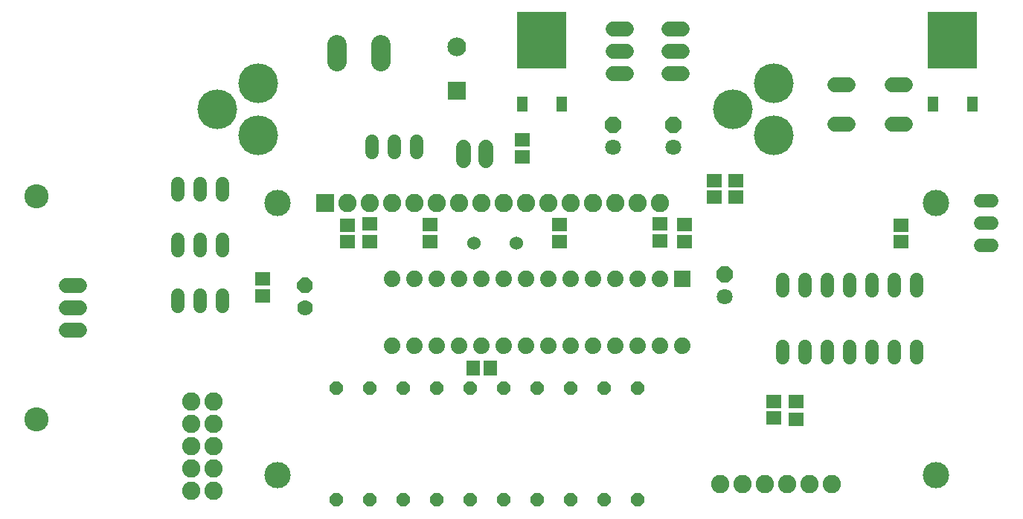
<source format=gts>
G75*
%MOIN*%
%OFA0B0*%
%FSLAX25Y25*%
%IPPOS*%
%LPD*%
%AMOC8*
5,1,8,0,0,1.08239X$1,22.5*
%
%ADD10C,0.06800*%
%ADD11OC8,0.06000*%
%ADD12C,0.06000*%
%ADD13C,0.08600*%
%ADD14R,0.07400X0.07400*%
%ADD15C,0.07400*%
%ADD16R,0.07099X0.05918*%
%ADD17C,0.06000*%
%ADD18OC8,0.07100*%
%ADD19C,0.07100*%
%ADD20C,0.17800*%
%ADD21R,0.08200X0.08200*%
%ADD22C,0.08200*%
%ADD23C,0.11824*%
%ADD24C,0.08400*%
%ADD25R,0.08400X0.08400*%
%ADD26OC8,0.07000*%
%ADD27C,0.07000*%
%ADD28R,0.04737X0.07099*%
%ADD29R,0.22060X0.25209*%
%ADD30R,0.05918X0.07099*%
%ADD31C,0.10800*%
D10*
X0065800Y0100800D02*
X0071800Y0100800D01*
X0071800Y0110800D02*
X0065800Y0110800D01*
X0065800Y0120800D02*
X0071800Y0120800D01*
X0243800Y0176800D02*
X0243800Y0182800D01*
X0253800Y0182800D02*
X0253800Y0176800D01*
X0310800Y0215800D02*
X0316800Y0215800D01*
X0335800Y0215800D02*
X0341800Y0215800D01*
X0341800Y0225800D02*
X0335800Y0225800D01*
X0335800Y0235800D02*
X0341800Y0235800D01*
X0316800Y0235800D02*
X0310800Y0235800D01*
X0310800Y0225800D02*
X0316800Y0225800D01*
X0410000Y0210700D02*
X0416000Y0210700D01*
X0435600Y0210700D02*
X0441600Y0210700D01*
X0441600Y0192900D02*
X0435600Y0192900D01*
X0416000Y0192900D02*
X0410000Y0192900D01*
D11*
X0321800Y0074800D03*
X0306800Y0074800D03*
X0291800Y0074800D03*
X0276800Y0074800D03*
X0261800Y0074800D03*
X0246800Y0074800D03*
X0231800Y0074800D03*
X0216800Y0074800D03*
X0201800Y0074800D03*
X0186800Y0074800D03*
X0186800Y0024800D03*
X0201800Y0024800D03*
X0216800Y0024800D03*
X0231800Y0024800D03*
X0246800Y0024800D03*
X0261800Y0024800D03*
X0276800Y0024800D03*
X0291800Y0024800D03*
X0306800Y0024800D03*
X0321800Y0024800D03*
D12*
X0386800Y0088200D02*
X0386800Y0093400D01*
X0396800Y0093400D02*
X0396800Y0088200D01*
X0406800Y0088200D02*
X0406800Y0093400D01*
X0416800Y0093400D02*
X0416800Y0088200D01*
X0426800Y0088200D02*
X0426800Y0093400D01*
X0436800Y0093400D02*
X0436800Y0088200D01*
X0446800Y0088200D02*
X0446800Y0093400D01*
X0446800Y0118200D02*
X0446800Y0123400D01*
X0436800Y0123400D02*
X0436800Y0118200D01*
X0426800Y0118200D02*
X0426800Y0123400D01*
X0416800Y0123400D02*
X0416800Y0118200D01*
X0406800Y0118200D02*
X0406800Y0123400D01*
X0396800Y0123400D02*
X0396800Y0118200D01*
X0386800Y0118200D02*
X0386800Y0123400D01*
X0475200Y0138800D02*
X0480400Y0138800D01*
X0480400Y0148800D02*
X0475200Y0148800D01*
X0475200Y0158800D02*
X0480400Y0158800D01*
X0222800Y0180200D02*
X0222800Y0185400D01*
X0212800Y0185400D02*
X0212800Y0180200D01*
X0202800Y0180200D02*
X0202800Y0185400D01*
X0135800Y0166400D02*
X0135800Y0161200D01*
X0125800Y0161200D02*
X0125800Y0166400D01*
X0115800Y0166400D02*
X0115800Y0161200D01*
X0115800Y0141400D02*
X0115800Y0136200D01*
X0125800Y0136200D02*
X0125800Y0141400D01*
X0135800Y0141400D02*
X0135800Y0136200D01*
X0135800Y0116400D02*
X0135800Y0111200D01*
X0125800Y0111200D02*
X0125800Y0116400D01*
X0115800Y0116400D02*
X0115800Y0111200D01*
D13*
X0186900Y0220900D02*
X0186900Y0228700D01*
X0206700Y0228700D02*
X0206700Y0220900D01*
D14*
X0341800Y0123800D03*
D15*
X0331800Y0123800D03*
X0321800Y0123800D03*
X0311800Y0123800D03*
X0301800Y0123800D03*
X0291800Y0123800D03*
X0281800Y0123800D03*
X0271800Y0123800D03*
X0261800Y0123800D03*
X0251800Y0123800D03*
X0241800Y0123800D03*
X0231800Y0123800D03*
X0221800Y0123800D03*
X0211800Y0123800D03*
X0211800Y0093800D03*
X0221800Y0093800D03*
X0231800Y0093800D03*
X0241800Y0093800D03*
X0251800Y0093800D03*
X0261800Y0093800D03*
X0271800Y0093800D03*
X0281800Y0093800D03*
X0291800Y0093800D03*
X0301800Y0093800D03*
X0311800Y0093800D03*
X0321800Y0093800D03*
X0331800Y0093800D03*
X0341800Y0093800D03*
D16*
X0382800Y0068800D03*
X0392800Y0068674D03*
X0382800Y0061320D03*
X0392800Y0060800D03*
X0439800Y0140320D03*
X0439800Y0147800D03*
X0365800Y0160300D03*
X0355900Y0160220D03*
X0355900Y0167700D03*
X0365800Y0167780D03*
X0342800Y0148174D03*
X0331800Y0148300D03*
X0331800Y0140820D03*
X0342800Y0140300D03*
X0286800Y0140300D03*
X0286800Y0148174D03*
X0228800Y0148174D03*
X0228800Y0140300D03*
X0201800Y0140426D03*
X0191800Y0140320D03*
X0191800Y0147800D03*
X0201800Y0148300D03*
X0153800Y0123737D03*
X0153800Y0115863D03*
X0269900Y0178200D03*
X0269900Y0186074D03*
D17*
X0267300Y0139800D03*
X0248300Y0139800D03*
D18*
X0360800Y0125800D03*
X0337800Y0192800D03*
X0310800Y0192800D03*
D19*
X0310800Y0182800D03*
X0337800Y0182800D03*
X0360800Y0115800D03*
D20*
X0382800Y0187863D03*
X0364296Y0199674D03*
X0382800Y0211485D03*
X0151800Y0211485D03*
X0133296Y0199674D03*
X0151800Y0187863D03*
D21*
X0181816Y0157824D03*
D22*
X0121800Y0028800D03*
X0131800Y0028800D03*
X0131800Y0038800D03*
X0121800Y0038800D03*
X0121800Y0048800D03*
X0131800Y0048800D03*
X0131800Y0058800D03*
X0121800Y0058800D03*
X0121800Y0068800D03*
X0131800Y0068800D03*
X0191816Y0157824D03*
X0201816Y0157824D03*
X0211816Y0157824D03*
X0221816Y0157824D03*
X0231816Y0157824D03*
X0241816Y0157824D03*
X0251816Y0157824D03*
X0261816Y0157824D03*
X0271816Y0157824D03*
X0281816Y0157824D03*
X0291816Y0157824D03*
X0301816Y0157824D03*
X0311816Y0157824D03*
X0321816Y0157824D03*
X0331816Y0157824D03*
X0358800Y0031800D03*
X0368800Y0031800D03*
X0378800Y0031800D03*
X0388800Y0031800D03*
X0398800Y0031800D03*
X0408800Y0031800D03*
D23*
X0455438Y0035776D03*
X0455438Y0157824D03*
X0160162Y0157824D03*
X0160162Y0035776D03*
D24*
X0240800Y0227643D03*
D25*
X0240800Y0207957D03*
D26*
X0172800Y0120800D03*
D27*
X0172800Y0110800D03*
D28*
X0269824Y0201902D03*
X0287776Y0201902D03*
X0453824Y0201902D03*
X0471776Y0201902D03*
D29*
X0462800Y0230643D03*
X0278800Y0230643D03*
D30*
X0255737Y0083800D03*
X0247863Y0083800D03*
D31*
X0052300Y0060800D03*
X0052300Y0160800D03*
M02*

</source>
